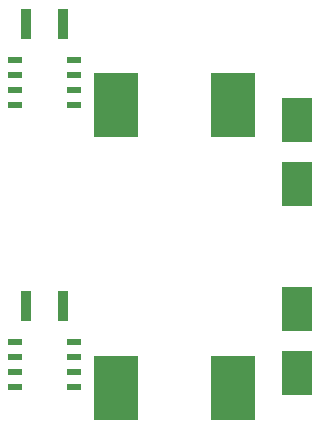
<source format=gtp>
G04 Layer_Color=8421504*
%FSLAX44Y44*%
%MOMM*%
G71*
G01*
G75*
%ADD10R,0.9000X2.5000*%
%ADD11R,1.1950X0.5600*%
%ADD12R,3.8500X5.5000*%
%ADD13R,2.5500X3.7500*%
D10*
X146500Y200000D02*
D03*
X177500D02*
D03*
X177500Y438000D02*
D03*
X146500D02*
D03*
D11*
X187275Y130950D02*
D03*
Y143650D02*
D03*
Y156350D02*
D03*
Y169050D02*
D03*
X136725Y130950D02*
D03*
Y143650D02*
D03*
Y156350D02*
D03*
Y169050D02*
D03*
X187275Y369950D02*
D03*
Y382650D02*
D03*
Y395350D02*
D03*
Y408050D02*
D03*
X136725Y369950D02*
D03*
Y382650D02*
D03*
Y395350D02*
D03*
Y408050D02*
D03*
D12*
X321750Y130000D02*
D03*
X222250D02*
D03*
Y370000D02*
D03*
X321750D02*
D03*
D13*
X376000Y357000D02*
D03*
Y303000D02*
D03*
Y143000D02*
D03*
Y197000D02*
D03*
M02*

</source>
